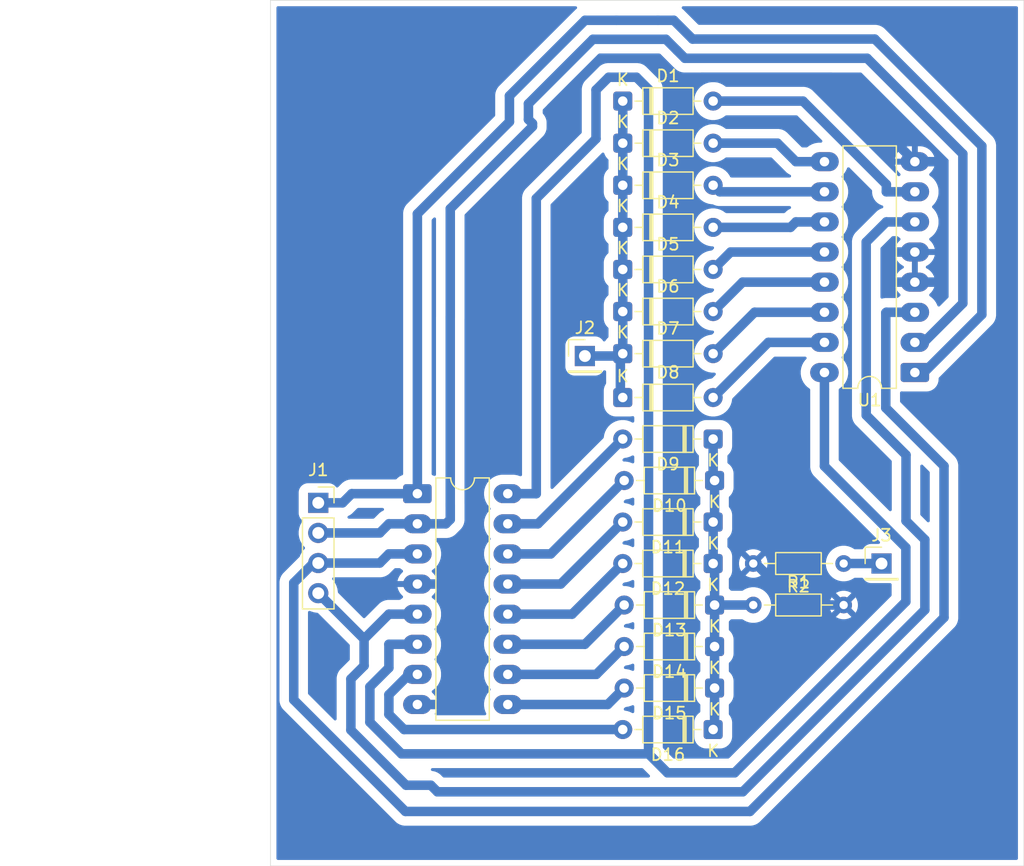
<source format=kicad_pcb>
(kicad_pcb (version 20241229) (generator "pcbnew") (generator_version "9.0")
  (title_block (title "Decoder") (date "2025-10-03") (company "DTU"))
  (layers (0 "F.Cu" signal) (2 "B.Cu" signal) (13 "F.Paste" user) (15 "B.Paste" user) (5 "F.SilkS" user "F.Silkscreen") (7 "B.SilkS" user "B.Silkscreen") (1 "F.Mask" user) (3 "B.Mask" user) (25 "Edge.Cuts" user))
  (net 0 "")
  (net 1 "Net-(D1-A)")
  (net 2 "Net-(D1-K)")
  (net 3 "Net-(D2-A)")
  (net 4 "Net-(D3-A)")
  (net 5 "Net-(D4-A)")
  (net 6 "Net-(D5-A)")
  (net 7 "Net-(D6-A)")
  (net 8 "Net-(D7-A)")
  (net 9 "Net-(D8-A)")
  (net 10 "Net-(D9-A)")
  (net 11 "Net-(D10-K)")
  (net 12 "Net-(D10-A)")
  (net 13 "Net-(D11-A)")
  (net 14 "Net-(D12-A)")
  (net 15 "Net-(D13-A)")
  (net 16 "Net-(D14-A)")
  (net 17 "Net-(D15-A)")
  (net 18 "Net-(D16-A)")
  (net 19 "Net-(J1-Pin_4)")
  (net 20 "Net-(J1-Pin_2)")
  (net 21 "Net-(J1-Pin_3)")
  (net 22 "Net-(J1-Pin_1)")
  (net 23 "GND")
  (net 24 "VCC")
  (net 25 "Net-(J3-Pin_1)")
  (footprint "Diode_THT:D_DO-35_SOD27_P7.62mm_Horizontal" (layer "F.Cu") (at 199.93 106 180)
    (property "Reference" "D14" (at 3.81 -2.12 0) (layer "F.SilkS"))
    (property "Value" "1N4148WT")
    (fp_line (start 6.58 0) (end 5.93 0) (stroke (width 0.12)) (layer "F.SilkS"))
    (fp_line (start 2.53 -1.12) (end 2.53 1.12) (stroke (width 0.12)) (layer "F.SilkS"))
    (fp_line (start 2.41 -1.12) (end 2.41 1.12) (stroke (width 0.12)) (layer "F.SilkS"))
    (fp_line (start 2.29 -1.12) (end 2.29 1.12) (stroke (width 0.12)) (layer "F.SilkS"))
    (fp_line (start 1.04 0) (end 1.69 0) (stroke (width 0.12)) (layer "F.SilkS"))
    (fp_rect (start 1.69 -1.12) (end 5.93 1.12) (stroke (width 0.12)) (fill no) (layer "F.SilkS"))
    (fp_text user "K" (at 0 -1.8 0) (layer "F.SilkS"))
    (pad "1" thru_hole roundrect (at 0 0 180) (size 1.6 1.6) (drill 0.8) (layers "*.Cu" "*.Mask") (roundrect_rratio 0.15625) (net 11 "Net-(D10-K)"))
    (pad "2" thru_hole circle (at 7.62 0 180) (size 1.6 1.6) (drill 0.8) (layers "*.Cu" "*.Mask") (net 16 "Net-(D14-A)"))
  )
  (footprint "Diode_THT:D_DO-35_SOD27_P7.62mm_Horizontal" (layer "F.Cu") (at 199.81 88.5 180)
    (property "Reference" "D9" (at 3.81 -2.12 0) (layer "F.SilkS"))
    (property "Value" "1N4148WT")
    (fp_line (start 6.58 0) (end 5.93 0) (stroke (width 0.12)) (layer "F.SilkS"))
    (fp_line (start 2.53 -1.12) (end 2.53 1.12) (stroke (width 0.12)) (layer "F.SilkS"))
    (fp_line (start 2.41 -1.12) (end 2.41 1.12) (stroke (width 0.12)) (layer "F.SilkS"))
    (fp_line (start 2.29 -1.12) (end 2.29 1.12) (stroke (width 0.12)) (layer "F.SilkS"))
    (fp_line (start 1.04 0) (end 1.69 0) (stroke (width 0.12)) (layer "F.SilkS"))
    (fp_rect (start 1.69 -1.12) (end 5.93 1.12) (stroke (width 0.12)) (fill no) (layer "F.SilkS"))
    (fp_text user "K" (at 0 -1.8 0) (layer "F.SilkS"))
    (pad "1" thru_hole roundrect (at 0 0 180) (size 1.6 1.6) (drill 0.8) (layers "*.Cu" "*.Mask") (roundrect_rratio 0.15625) (net 11 "Net-(D10-K)"))
    (pad "2" thru_hole circle (at 7.62 0 180) (size 1.6 1.6) (drill 0.8) (layers "*.Cu" "*.Mask") (net 10 "Net-(D9-A)"))
  )
  (footprint "Diode_THT:D_DO-35_SOD27_P7.62mm_Horizontal" (layer "F.Cu") (at 199.93 102.5 180)
    (property "Reference" "D13" (at 3.81 -2.12 0) (layer "F.SilkS"))
    (property "Value" "1N4148WT")
    (fp_line (start 6.58 0) (end 5.93 0) (stroke (width 0.12)) (layer "F.SilkS"))
    (fp_line (start 2.53 -1.12) (end 2.53 1.12) (stroke (width 0.12)) (layer "F.SilkS"))
    (fp_line (start 2.41 -1.12) (end 2.41 1.12) (stroke (width 0.12)) (layer "F.SilkS"))
    (fp_line (start 2.29 -1.12) (end 2.29 1.12) (stroke (width 0.12)) (layer "F.SilkS"))
    (fp_line (start 1.04 0) (end 1.69 0) (stroke (width 0.12)) (layer "F.SilkS"))
    (fp_rect (start 1.69 -1.12) (end 5.93 1.12) (stroke (width 0.12)) (fill no) (layer "F.SilkS"))
    (fp_text user "K" (at 0 -1.8 0) (layer "F.SilkS"))
    (pad "1" thru_hole roundrect (at 0 0 180) (size 1.6 1.6) (drill 0.8) (layers "*.Cu" "*.Mask") (roundrect_rratio 0.15625) (net 11 "Net-(D10-K)"))
    (pad "2" thru_hole circle (at 7.62 0 180) (size 1.6 1.6) (drill 0.8) (layers "*.Cu" "*.Mask") (net 15 "Net-(D13-A)"))
  )
  (footprint "Diode_THT:D_DO-35_SOD27_P7.62mm_Horizontal" (layer "F.Cu") (at 199.81 113 180)
    (property "Reference" "D16" (at 3.81 -2.12 0) (layer "F.SilkS"))
    (property "Value" "1N4148WT")
    (fp_line (start 6.58 0) (end 5.93 0) (stroke (width 0.12)) (layer "F.SilkS"))
    (fp_line (start 2.53 -1.12) (end 2.53 1.12) (stroke (width 0.12)) (layer "F.SilkS"))
    (fp_line (start 2.41 -1.12) (end 2.41 1.12) (stroke (width 0.12)) (layer "F.SilkS"))
    (fp_line (start 2.29 -1.12) (end 2.29 1.12) (stroke (width 0.12)) (layer "F.SilkS"))
    (fp_line (start 1.04 0) (end 1.69 0) (stroke (width 0.12)) (layer "F.SilkS"))
    (fp_rect (start 1.69 -1.12) (end 5.93 1.12) (stroke (width 0.12)) (fill no) (layer "F.SilkS"))
    (fp_text user "K" (at 0 -1.8 0) (layer "F.SilkS"))
    (pad "1" thru_hole roundrect (at 0 0 180) (size 1.6 1.6) (drill 0.8) (layers "*.Cu" "*.Mask") (roundrect_rratio 0.15625) (net 11 "Net-(D10-K)"))
    (pad "2" thru_hole circle (at 7.62 0 180) (size 1.6 1.6) (drill 0.8) (layers "*.Cu" "*.Mask") (net 18 "Net-(D16-A)"))
  )
  (footprint "Package_DIP:DIP-16_W7.62mm_LongPads" (layer "F.Cu") (at 216.81 82.89 180)
    (property "Reference" "U1" (at 3.81 -2.33 0) (layer "F.SilkS"))
    (property "Value" "74HC238")
    (fp_line (start 6.06 19.11) (end 6.06 -1.33) (stroke (width 0.12)) (layer "F.SilkS"))
    (fp_line (start 6.06 -1.33) (end 4.81 -1.33) (stroke (width 0.12)) (layer "F.SilkS"))
    (fp_line (start 2.81 -1.33) (end 1.56 -1.33) (stroke (width 0.12)) (layer "F.SilkS"))
    (fp_line (start 1.56 19.11) (end 6.06 19.11) (stroke (width 0.12)) (layer "F.SilkS"))
    (fp_line (start 1.56 -1.33) (end 1.56 19.11) (stroke (width 0.12)) (layer "F.SilkS"))
    (fp_arc (start 4.81 -1.33) (mid 3.81 -0.33) (end 2.81 -1.33) (stroke (width 0.12)) (layer "F.SilkS"))
    (pad "1" thru_hole roundrect (at 0 0 180) (size 2.4 1.6) (drill 0.8) (layers "*.Cu" "*.Mask") (roundrect_rratio 0.15625) (net 22 "Net-(J1-Pin_1)"))
    (pad "2" thru_hole oval (at 0 2.54 180) (size 2.4 1.6) (drill 0.8) (layers "*.Cu" "*.Mask") (net 20 "Net-(J1-Pin_2)"))
    (pad "3" thru_hole oval (at 0 5.08 180) (size 2.4 1.6) (drill 0.8) (layers "*.Cu" "*.Mask") (net 21 "Net-(J1-Pin_3)"))
    (pad "4" thru_hole oval (at 0 7.62 180) (size 2.4 1.6) (drill 0.8) (layers "*.Cu" "*.Mask") (net 23 "GND"))
    (pad "5" thru_hole oval (at 0 10.16 180) (size 2.4 1.6) (drill 0.8) (layers "*.Cu" "*.Mask") (net 23 "GND"))
    (pad "6" thru_hole oval (at 0 12.7 180) (size 2.4 1.6) (drill 0.8) (layers "*.Cu" "*.Mask") (net 19 "Net-(J1-Pin_4)"))
    (pad "7" thru_hole oval (at 0 15.24 180) (size 2.4 1.6) (drill 0.8) (layers "*.Cu" "*.Mask") (net 1 "Net-(D1-A)"))
    (pad "8" thru_hole oval (at 0 17.78 180) (size 2.4 1.6) (drill 0.8) (layers "*.Cu" "*.Mask") (net 23 "GND"))
    (pad "9" thru_hole oval (at 7.62 17.78 180) (size 2.4 1.6) (drill 0.8) (layers "*.Cu" "*.Mask") (net 3 "Net-(D2-A)"))
    (pad "10" thru_hole oval (at 7.62 15.24 180) (size 2.4 1.6) (drill 0.8) (layers "*.Cu" "*.Mask") (net 4 "Net-(D3-A)"))
    (pad "11" thru_hole oval (at 7.62 12.7 180) (size 2.4 1.6) (drill 0.8) (layers "*.Cu" "*.Mask") (net 5 "Net-(D4-A)"))
    (pad "12" thru_hole oval (at 7.62 10.16 180) (size 2.4 1.6) (drill 0.8) (layers "*.Cu" "*.Mask") (net 6 "Net-(D5-A)"))
    (pad "13" thru_hole oval (at 7.62 7.62 180) (size 2.4 1.6) (drill 0.8) (layers "*.Cu" "*.Mask") (net 7 "Net-(D6-A)"))
    (pad "14" thru_hole oval (at 7.62 5.08 180) (size 2.4 1.6) (drill 0.8) (layers "*.Cu" "*.Mask") (net 8 "Net-(D7-A)"))
    (pad "15" thru_hole oval (at 7.62 2.54 180) (size 2.4 1.6) (drill 0.8) (layers "*.Cu" "*.Mask") (net 9 "Net-(D8-A)"))
    (pad "16" thru_hole oval (at 7.62 0 180) (size 2.4 1.6) (drill 0.8) (layers "*.Cu" "*.Mask") (net 24 "VCC"))
  )
  (footprint "Diode_THT:D_DO-35_SOD27_P7.62mm_Horizontal" (layer "F.Cu") (at 192.19 67.1)
    (property "Reference" "D3" (at 3.81 -2.12 0) (layer "F.SilkS"))
    (property "Value" "1N4148WT")
    (fp_line (start 1.04 0) (end 1.69 0) (stroke (width 0.12)) (layer "F.SilkS"))
    (fp_line (start 2.29 -1.12) (end 2.29 1.12) (stroke (width 0.12)) (layer "F.SilkS"))
    (fp_line (start 2.41 -1.12) (end 2.41 1.12) (stroke (width 0.12)) (layer "F.SilkS"))
    (fp_line (start 2.53 -1.12) (end 2.53 1.12) (stroke (width 0.12)) (layer "F.SilkS"))
    (fp_line (start 6.58 0) (end 5.93 0) (stroke (width 0.12)) (layer "F.SilkS"))
    (fp_rect (start 1.69 -1.12) (end 5.93 1.12) (stroke (width 0.12)) (fill no) (layer "F.SilkS"))
    (fp_text user "K" (at 0 -1.8 0) (layer "F.SilkS"))
    (pad "1" thru_hole roundrect (at 0 0) (size 1.6 1.6) (drill 0.8) (layers "*.Cu" "*.Mask") (roundrect_rratio 0.15625) (net 2 "Net-(D1-K)"))
    (pad "2" thru_hole circle (at 7.62 0) (size 1.6 1.6) (drill 0.8) (layers "*.Cu" "*.Mask") (net 4 "Net-(D3-A)"))
  )
  (footprint "Resistor_THT:R_Axial_DIN0204_L3.6mm_D1.6mm_P7.62mm_Horizontal" (layer "F.Cu") (at 210.81 99 180)
    (property "Reference" "R2" (at 3.81 -1.92 0) (layer "F.SilkS"))
    (property "Value" "R")
    (fp_line (start 6.68 0) (end 5.73 0) (stroke (width 0.12)) (layer "F.SilkS"))
    (fp_line (start 0.94 0) (end 1.89 0) (stroke (width 0.12)) (layer "F.SilkS"))
    (fp_rect (start 1.89 -0.92) (end 5.73 0.92) (stroke (width 0.12)) (fill no) (layer "F.SilkS"))
    (pad "1" thru_hole circle (at 0 0 180) (size 1.4 1.4) (drill 0.7) (layers "*.Cu" "*.Mask") (net 25 "Net-(J3-Pin_1)"))
    (pad "2" thru_hole circle (at 7.62 0 180) (size 1.4 1.4) (drill 0.7) (layers "*.Cu" "*.Mask") (net 23 "GND"))
  )
  (footprint "Diode_THT:D_DO-35_SOD27_P7.62mm_Horizontal" (layer "F.Cu") (at 192.19 60)
    (property "Reference" "D1" (at 3.81 -2.12 0) (layer "F.SilkS"))
    (property "Value" "1N4148WT")
    (fp_line (start 1.04 0) (end 1.69 0) (stroke (width 0.12)) (layer "F.SilkS"))
    (fp_line (start 2.29 -1.12) (end 2.29 1.12) (stroke (width 0.12)) (layer "F.SilkS"))
    (fp_line (start 2.41 -1.12) (end 2.41 1.12) (stroke (width 0.12)) (layer "F.SilkS"))
    (fp_line (start 2.53 -1.12) (end 2.53 1.12) (stroke (width 0.12)) (layer "F.SilkS"))
    (fp_line (start 6.58 0) (end 5.93 0) (stroke (width 0.12)) (layer "F.SilkS"))
    (fp_rect (start 1.69 -1.12) (end 5.93 1.12) (stroke (width 0.12)) (fill no) (layer "F.SilkS"))
    (fp_text user "K" (at 0 -1.8 0) (layer "F.SilkS"))
    (pad "1" thru_hole roundrect (at 0 0) (size 1.6 1.6) (drill 0.8) (layers "*.Cu" "*.Mask") (roundrect_rratio 0.15625) (net 2 "Net-(D1-K)"))
    (pad "2" thru_hole circle (at 7.62 0) (size 1.6 1.6) (drill 0.8) (layers "*.Cu" "*.Mask") (net 1 "Net-(D1-A)"))
  )
  (footprint "Diode_THT:D_DO-35_SOD27_P7.62mm_Horizontal" (layer "F.Cu") (at 192.19 77.75)
    (property "Reference" "D6" (at 3.81 -2.12 0) (layer "F.SilkS"))
    (property "Value" "1N4148WT")
    (fp_line (start 1.04 0) (end 1.69 0) (stroke (width 0.12)) (layer "F.SilkS"))
    (fp_line (start 2.29 -1.12) (end 2.29 1.12) (stroke (width 0.12)) (layer "F.SilkS"))
    (fp_line (start 2.41 -1.12) (end 2.41 1.12) (stroke (width 0.12)) (layer "F.SilkS"))
    (fp_line (start 2.53 -1.12) (end 2.53 1.12) (stroke (width 0.12)) (layer "F.SilkS"))
    (fp_line (start 6.58 0) (end 5.93 0) (stroke (width 0.12)) (layer "F.SilkS"))
    (fp_rect (start 1.69 -1.12) (end 5.93 1.12) (stroke (width 0.12)) (fill no) (layer "F.SilkS"))
    (fp_text user "K" (at 0 -1.8 0) (layer "F.SilkS"))
    (pad "1" thru_hole roundrect (at 0 0) (size 1.6 1.6) (drill 0.8) (layers "*.Cu" "*.Mask") (roundrect_rratio 0.15625) (net 2 "Net-(D1-K)"))
    (pad "2" thru_hole circle (at 7.62 0) (size 1.6 1.6) (drill 0.8) (layers "*.Cu" "*.Mask") (net 7 "Net-(D6-A)"))
  )
  (footprint "Package_DIP:DIP-16_W7.62mm_LongPads" (layer "F.Cu") (at 174.88 93.11)
    (property "Reference" "U2" (hide yes))
    (property "Value" "74HC238")
    (fp_line (start 1.56 -1.33) (end 1.56 19.11) (stroke (width 0.12)) (layer "F.SilkS"))
    (fp_line (start 1.56 19.11) (end 6.06 19.11) (stroke (width 0.12)) (layer "F.SilkS"))
    (fp_line (start 2.81 -1.33) (end 1.56 -1.33) (stroke (width 0.12)) (layer "F.SilkS"))
    (fp_line (start 6.06 -1.33) (end 4.81 -1.33) (stroke (width 0.12)) (layer "F.SilkS"))
    (fp_line (start 6.06 19.11) (end 6.06 -1.33) (stroke (width 0.12)) (layer "F.SilkS"))
    (fp_arc (start 4.81 -1.33) (mid 3.81 -0.33) (end 2.81 -1.33) (stroke (width 0.12)) (layer "F.SilkS"))
    (pad "1" thru_hole roundrect (at 0 0) (size 2.4 1.6) (drill 0.8) (layers "*.Cu" "*.Mask") (roundrect_rratio 0.15625) (net 22 "Net-(J1-Pin_1)"))
    (pad "2" thru_hole oval (at 0 2.54) (size 2.4 1.6) (drill 0.8) (layers "*.Cu" "*.Mask") (net 20 "Net-(J1-Pin_2)"))
    (pad "3" thru_hole oval (at 0 5.08) (size 2.4 1.6) (drill 0.8) (layers "*.Cu" "*.Mask") (net 21 "Net-(J1-Pin_3)"))
    (pad "4" thru_hole oval (at 0 7.62) (size 2.4 1.6) (drill 0.8) (layers "*.Cu" "*.Mask") (net 23 "GND"))
    (pad "5" thru_hole oval (at 0 10.16) (size 2.4 1.6) (drill 0.8) (layers "*.Cu" "*.Mask") (net 19 "Net-(J1-Pin_4)"))
    (pad "6" thru_hole oval (at 0 12.7) (size 2.4 1.6) (drill 0.8) (layers "*.Cu" "*.Mask") (net 24 "VCC"))
    (pad "7" thru_hole oval (at 0 15.24) (size 2.4 1.6) (drill 0.8) (layers "*.Cu" "*.Mask") (net 18 "Net-(D16-A)"))
    (pad "8" thru_hole oval (at 0 17.78) (size 2.4 1.6) (drill 0.8) (layers "*.Cu" "*.Mask") (net 23 "GND"))
    (pad "9" thru_hole oval (at 7.62 17.78) (size 2.4 1.6) (drill 0.8) (layers "*.Cu" "*.Mask") (net 17 "Net-(D15-A)"))
    (pad "10" thru_hole oval (at 7.62 15.24) (size 2.4 1.6) (drill 0.8) (layers "*.Cu" "*.Mask") (net 16 "Net-(D14-A)"))
    (pad "11" thru_hole oval (at 7.62 12.7) (size 2.4 1.6) (drill 0.8) (layers "*.Cu" "*.Mask") (net 15 "Net-(D13-A)"))
    (pad "12" thru_hole oval (at 7.62 10.16) (size 2.4 1.6) (drill 0.8) (layers "*.Cu" "*.Mask") (net 14 "Net-(D12-A)"))
    (pad "13" thru_hole oval (at 7.62 7.62) (size 2.4 1.6) (drill 0.8) (layers "*.Cu" "*.Mask") (net 13 "Net-(D11-A)"))
    (pad "14" thru_hole oval (at 7.62 5.08) (size 2.4 1.6) (drill 0.8) (layers "*.Cu" "*.Mask") (net 12 "Net-(D10-A)"))
    (pad "15" thru_hole oval (at 7.62 2.54) (size 2.4 1.6) (drill 0.8) (layers "*.Cu" "*.Mask") (net 10 "Net-(D9-A)"))
    (pad "16" thru_hole oval (at 7.62 0) (size 2.4 1.6) (drill 0.8) (layers "*.Cu" "*.Mask") (net 24 "VCC"))
  )
  (footprint "Diode_THT:D_DO-35_SOD27_P7.62mm_Horizontal" (layer "F.Cu") (at 192.19 70.65)
    (property "Reference" "D4" (at 3.81 -2.12 0) (layer "F.SilkS"))
    (property "Value" "1N4148WT")
    (fp_line (start 1.04 0) (end 1.69 0) (stroke (width 0.12)) (layer "F.SilkS"))
    (fp_line (start 2.29 -1.12) (end 2.29 1.12) (stroke (width 0.12)) (layer "F.SilkS"))
    (fp_line (start 2.41 -1.12) (end 2.41 1.12) (stroke (width 0.12)) (layer "F.SilkS"))
    (fp_line (start 2.53 -1.12) (end 2.53 1.12) (stroke (width 0.12)) (layer "F.SilkS"))
    (fp_line (start 6.58 0) (end 5.93 0) (stroke (width 0.12)) (layer "F.SilkS"))
    (fp_rect (start 1.69 -1.12) (end 5.93 1.12) (stroke (width 0.12)) (fill no) (layer "F.SilkS"))
    (fp_text user "K" (at 0 -1.8 0) (layer "F.SilkS"))
    (pad "1" thru_hole roundrect (at 0 0) (size 1.6 1.6) (drill 0.8) (layers "*.Cu" "*.Mask") (roundrect_rratio 0.15625) (net 2 "Net-(D1-K)"))
    (pad "2" thru_hole circle (at 7.62 0) (size 1.6 1.6) (drill 0.8) (layers "*.Cu" "*.Mask") (net 5 "Net-(D4-A)"))
  )
  (footprint "Diode_THT:D_DO-35_SOD27_P7.62mm_Horizontal" (layer "F.Cu") (at 199.93 109.5 180)
    (property "Reference" "D15" (at 3.81 -2.12 0) (layer "F.SilkS"))
    (property "Value" "1N4148WT")
    (fp_line (start 6.58 0) (end 5.93 0) (stroke (width 0.12)) (layer "F.SilkS"))
    (fp_line (start 2.53 -1.12) (end 2.53 1.12) (stroke (width 0.12)) (layer "F.SilkS"))
    (fp_line (start 2.41 -1.12) (end 2.41 1.12) (stroke (width 0.12)) (layer "F.SilkS"))
    (fp_line (start 2.29 -1.12) (end 2.29 1.12) (stroke (width 0.12)) (layer "F.SilkS"))
    (fp_line (start 1.04 0) (end 1.69 0) (stroke (width 0.12)) (layer "F.SilkS"))
    (fp_rect (start 1.69 -1.12) (end 5.93 1.12) (stroke (width 0.12)) (fill no) (layer "F.SilkS"))
    (fp_text user "K" (at 0 -1.8 0) (layer "F.SilkS"))
    (pad "1" thru_hole roundrect (at 0 0 180) (size 1.6 1.6) (drill 0.8) (layers "*.Cu" "*.Mask") (roundrect_rratio 0.15625) (net 11 "Net-(D10-K)"))
    (pad "2" thru_hole circle (at 7.62 0 180) (size 1.6 1.6) (drill 0.8) (layers "*.Cu" "*.Mask") (net 17 "Net-(D15-A)"))
  )
  (footprint "Diode_THT:D_DO-35_SOD27_P7.62mm_Horizontal" (layer "F.Cu") (at 192.19 81.3)
    (property "Reference" "D7" (at 3.81 -2.12 0) (layer "F.SilkS"))
    (property "Value" "1N4148WT")
    (fp_line (start 1.04 0) (end 1.69 0) (stroke (width 0.12)) (layer "F.SilkS"))
    (fp_line (start 2.29 -1.12) (end 2.29 1.12) (stroke (width 0.12)) (layer "F.SilkS"))
    (fp_line (start 2.41 -1.12) (end 2.41 1.12) (stroke (width 0.12)) (layer "F.SilkS"))
    (fp_line (start 2.53 -1.12) (end 2.53 1.12) (stroke (width 0.12)) (layer "F.SilkS"))
    (fp_line (start 6.58 0) (end 5.93 0) (stroke (width 0.12)) (layer "F.SilkS"))
    (fp_rect (start 1.69 -1.12) (end 5.93 1.12) (stroke (width 0.12)) (fill no) (layer "F.SilkS"))
    (fp_text user "K" (at 0 -1.8 0) (layer "F.SilkS"))
    (pad "1" thru_hole roundrect (at 0 0) (size 1.6 1.6) (drill 0.8) (layers "*.Cu" "*.Mask") (roundrect_rratio 0.15625) (net 2 "Net-(D1-K)"))
    (pad "2" thru_hole circle (at 7.62 0) (size 1.6 1.6) (drill 0.8) (layers "*.Cu" "*.Mask") (net 8 "Net-(D7-A)"))
  )
  (footprint "Connector_PinSocket_2.54mm:PinSocket_1x04_P2.54mm_Vertical" (layer "F.Cu") (at 166.525 93.88)
    (property "Reference" "J1" (at 0 -2.77 0) (layer "F.SilkS"))
    (property "Value" "Conn_01x04_Socket" (hide yes))
    (fp_line (start -1.33 1.27) (end -1.33 8.95) (stroke (width 0.12)) (layer "F.SilkS"))
    (fp_line (start -1.33 1.27) (end 1.33 1.27) (stroke (width 0.12)) (layer "F.SilkS"))
    (fp_line (start -1.33 8.95) (end 1.33 8.95) (stroke (width 0.12)) (layer "F.SilkS"))
    (fp_line (start 0 -1.33) (end 1.33 -1.33) (stroke (width 0.12)) (layer "F.SilkS"))
    (fp_line (start 1.33 -1.33) (end 1.33 0) (stroke (width 0.12)) (layer "F.SilkS"))
    (fp_line (start 1.33 1.27) (end 1.33 8.95) (stroke (width 0.12)) (layer "F.SilkS"))
    (pad "1" thru_hole rect (at 0 0) (size 1.7 1.7) (drill 1) (layers "*.Cu" "*.Mask") (net 22 "Net-(J1-Pin_1)"))
    (pad "2" thru_hole circle (at 0 2.54) (size 1.7 1.7) (drill 1) (layers "*.Cu" "*.Mask") (net 20 "Net-(J1-Pin_2)"))
    (pad "3" thru_hole circle (at 0 5.08) (size 1.7 1.7) (drill 1) (layers "*.Cu" "*.Mask") (net 21 "Net-(J1-Pin_3)"))
    (pad "4" thru_hole circle (at 0 7.62) (size 1.7 1.7) (drill 1) (layers "*.Cu" "*.Mask") (net 19 "Net-(J1-Pin_4)"))
  )
  (footprint "Resistor_THT:R_Axial_DIN0204_L3.6mm_D1.6mm_P7.62mm_Horizontal" (layer "F.Cu") (at 203.19 102.5)
    (property "Reference" "R1" (at 3.81 -1.92 0) (layer "F.SilkS"))
    (property "Value" "R")
    (fp_line (start 0.94 0) (end 1.89 0) (stroke (width 0.12)) (layer "F.SilkS"))
    (fp_line (start 6.68 0) (end 5.73 0) (stroke (width 0.12)) (layer "F.SilkS"))
    (fp_rect (start 1.89 -0.92) (end 5.73 0.92) (stroke (width 0.12)) (fill no) (layer "F.SilkS"))
    (pad "1" thru_hole circle (at 0 0) (size 1.4 1.4) (drill 0.7) (layers "*.Cu" "*.Mask") (net 11 "Net-(D10-K)"))
    (pad "2" thru_hole circle (at 7.62 0) (size 1.4 1.4) (drill 0.7) (layers "*.Cu" "*.Mask") (net 23 "GND"))
  )
  (footprint "Diode_THT:D_DO-35_SOD27_P7.62mm_Horizontal" (layer "F.Cu") (at 199.81 95.5 180)
    (property "Reference" "D11" (at 3.81 -2.12 0) (layer "F.SilkS"))
    (property "Value" "1N4148WT")
    (fp_line (start 6.58 0) (end 5.93 0) (stroke (width 0.12)) (layer "F.SilkS"))
    (fp_line (start 2.53 -1.12) (end 2.53 1.12) (stroke (width 0.12)) (layer "F.SilkS"))
    (fp_line (start 2.41 -1.12) (end 2.41 1.12) (stroke (width 0.12)) (layer "F.SilkS"))
    (fp_line (start 2.29 -1.12) (end 2.29 1.12) (stroke (width 0.12)) (layer "F.SilkS"))
    (fp_line (start 1.04 0) (end 1.69 0) (stroke (width 0.12)) (layer "F.SilkS"))
    (fp_rect (start 1.69 -1.12) (end 5.93 1.12) (stroke (width 0.12)) (fill no) (layer "F.SilkS"))
    (fp_text user "K" (at 0 -1.8 0) (layer "F.SilkS"))
    (pad "1" thru_hole roundrect (at 0 0 180) (size 1.6 1.6) (drill 0.8) (layers "*.Cu" "*.Mask") (roundrect_rratio 0.15625) (net 11 "Net-(D10-K)"))
    (pad "2" thru_hole circle (at 7.62 0 180) (size 1.6 1.6) (drill 0.8) (layers "*.Cu" "*.Mask") (net 13 "Net-(D11-A)"))
  )
  (footprint "Connector_PinHeader_2.54mm:PinHeader_1x01_P2.54mm_Vertical" (layer "F.Cu") (at 214 99)
    (property "Reference" "J3" (at 0 -2.38 0) (layer "F.SilkS"))
    (property "Value" "Conn_01x01_Pin")
    (fp_line (start -1.38 -1.38) (end 0 -1.38) (stroke (width 0.12)) (layer "F.SilkS"))
    (fp_line (start -1.38 0) (end -1.38 -1.38) (stroke (width 0.12)) (layer "F.SilkS"))
    (fp_line (start -1.38 1.27) (end -1.38 1.38) (stroke (width 0.12)) (layer "F.SilkS"))
    (fp_line (start -1.38 1.27) (end 1.38 1.27) (stroke (width 0.12)) (layer "F.SilkS"))
    (fp_line (start -1.38 1.38) (end 1.38 1.38) (stroke (width 0.12)) (layer "F.SilkS"))
    (fp_line (start 1.38 1.27) (end 1.38 1.38) (stroke (width 0.12)) (layer "F.SilkS"))
    (pad "1" thru_hole rect (at 0 0) (size 1.7 1.7) (drill 1) (layers "*.Cu" "*.Mask") (net 25 "Net-(J3-Pin_1)"))
  )
  (footprint "Diode_THT:D_DO-35_SOD27_P7.62mm_Horizontal" (layer "F.Cu") (at 192.19 63.55)
    (property "Reference" "D2" (at 3.81 -2.12 0) (layer "F.SilkS"))
    (property "Value" "1N4148WT")
    (fp_line (start 1.04 0) (end 1.69 0) (stroke (width 0.12)) (layer "F.SilkS"))
    (fp_line (start 2.29 -1.12) (end 2.29 1.12) (stroke (width 0.12)) (layer "F.SilkS"))
    (fp_line (start 2.41 -1.12) (end 2.41 1.12) (stroke (width 0.12)) (layer "F.SilkS"))
    (fp_line (start 2.53 -1.12) (end 2.53 1.12) (stroke (width 0.12)) (layer "F.SilkS"))
    (fp_line (start 6.58 0) (end 5.93 0) (stroke (width 0.12)) (layer "F.SilkS"))
    (fp_rect (start 1.69 -1.12) (end 5.93 1.12) (stroke (width 0.12)) (fill no) (layer "F.SilkS"))
    (fp_text user "K" (at 0 -1.8 0) (layer "F.SilkS"))
    (pad "1" thru_hole roundrect (at 0 0) (size 1.6 1.6) (drill 0.8) (layers "*.Cu" "*.Mask") (roundrect_rratio 0.15625) (net 2 "Net-(D1-K)"))
    (pad "2" thru_hole circle (at 7.62 0) (size 1.6 1.6) (drill 0.8) (layers "*.Cu" "*.Mask") (net 3 "Net-(D2-A)"))
  )
  (footprint "Diode_THT:D_DO-35_SOD27_P7.62mm_Horizontal" (layer "F.Cu") (at 199.93 92 180)
    (property "Reference" "D10" (at 3.81 -2.12 0) (layer "F.SilkS"))
    (property "Value" "1N4148WT")
    (fp_line (start 6.58 0) (end 5.93 0) (stroke (width 0.12)) (layer "F.SilkS"))
    (fp_line (start 2.53 -1.12) (end 2.53 1.12) (stroke (width 0.12)) (layer "F.SilkS"))
    (fp_line (start 2.41 -1.12) (end 2.41 1.12) (stroke (width 0.12)) (layer "F.SilkS"))
    (fp_line (start 2.29 -1.12) (end 2.29 1.12) (stroke (width 0.12)) (layer "F.SilkS"))
    (fp_line (start 1.04 0) (end 1.69 0) (stroke (width 0.12)) (layer "F.SilkS"))
    (fp_rect (start 1.69 -1.12) (end 5.93 1.12) (stroke (width 0.12)) (fill no) (layer "F.SilkS"))
    (fp_text user "K" (at 0 -1.8 0) (layer "F.SilkS"))
    (pad "1" thru_hole roundrect (at 0 0 180) (size 1.6 1.6) (drill 0.8) (layers "*.Cu" "*.Mask") (roundrect_rratio 0.15625) (net 11 "Net-(D10-K)"))
    (pad "2" thru_hole circle (at 7.62 0 180) (size 1.6 1.6) (drill 0.8) (layers "*.Cu" "*.Mask") (net 12 "Net-(D10-A)"))
  )
  (footprint "Connector_PinHeader_2.54mm:PinHeader_1x01_P2.54mm_Vertical" (layer "F.Cu") (at 189 81.5)
    (property "Reference" "J2" (at 0 -2.38 0) (layer "F.SilkS"))
    (property "Value" "Conn_01x01_Pin")
    (fp_line (start -1.38 -1.38) (end 0 -1.38) (stroke (width 0.12)) (layer "F.SilkS"))
    (fp_line (start -1.38 0) (end -1.38 -1.38) (stroke (width 0.12)) (layer "F.SilkS"))
    (fp_line (start -1.38 1.27) (end -1.38 1.38) (stroke (width 0.12)) (layer "F.SilkS"))
    (fp_line (start -1.38 1.27) (end 1.38 1.27) (stroke (width 0.12)) (layer "F.SilkS"))
    (fp_line (start -1.38 1.38) (end 1.38 1.38) (stroke (width 0.12)) (layer "F.SilkS"))
    (fp_line (start 1.38 1.27) (end 1.38 1.38) (stroke (width 0.12)) (layer "F.SilkS"))
    (pad "1" thru_hole rect (at 0 0) (size 1.7 1.7) (drill 1) (layers "*.Cu" "*.Mask") (net 2 "Net-(D1-K)"))
  )
  (footprint "Diode_THT:D_DO-35_SOD27_P7.62mm_Horizontal" (layer "F.Cu") (at 199.81 99 180)
    (property "Reference" "D12" (at 3.81 -2.12 0) (layer "F.SilkS"))
    (property "Value" "1N4148WT")
    (fp_line (start 6.58 0) (end 5.93 0) (stroke (width 0.12)) (layer "F.SilkS"))
    (fp_line (start 2.53 -1.12) (end 2.53 1.12) (stroke (width 0.12)) (layer "F.SilkS"))
    (fp_line (start 2.41 -1.12) (end 2.41 1.12) (stroke (width 0.12)) (layer "F.SilkS"))
    (fp_line (start 2.29 -1.12) (end 2.29 1.12) (stroke (width 0.12)) (layer "F.SilkS"))
    (fp_line (start 1.04 0) (end 1.69 0) (stroke (width 0.12)) (layer "F.SilkS"))
    (fp_rect (start 1.69 -1.12) (end 5.93 1.12) (stroke (width 0.12)) (fill no) (layer "F.SilkS"))
    (fp_text user "K" (at 0 -1.8 0) (layer "F.SilkS"))
    (pad "1" thru_hole roundrect (at 0 0 180) (size 1.6 1.6) (drill 0.8) (layers "*.Cu" "*.Mask") (roundrect_rratio 0.15625) (net 11 "Net-(D10-K)"))
    (pad "2" thru_hole circle (at 7.62 0 180) (size 1.6 1.6) (drill 0.8) (layers "*.Cu" "*.Mask") (net 14 "Net-(D12-A)"))
  )
  (footprint "Diode_THT:D_DO-35_SOD27_P7.62mm_Horizontal" (layer "F.Cu") (at 192.19 85)
    (property "Reference" "D8" (at 3.81 -2.12 0) (layer "F.SilkS"))
    (property "Value" "1N4148WT")
    (fp_line (start 1.04 0) (end 1.69 0) (stroke (width 0.12)) (layer "F.SilkS"))
    (fp_line (start 2.29 -1.12) (end 2.29 1.12) (stroke (width 0.12)) (layer "F.SilkS"))
    (fp_line (start 2.41 -1.12) (end 2.41 1.12) (stroke (width 0.12)) (layer "F.SilkS"))
    (fp_line (start 2.53 -1.12) (end 2.53 1.12) (stroke (width 0.12)) (layer "F.SilkS"))
    (fp_line (start 6.58 0) (end 5.93 0) (stroke (width 0.12)) (layer "F.SilkS"))
    (fp_rect (start 1.69 -1.12) (end 5.93 1.12) (stroke (width 0.12)) (fill no) (layer "F.SilkS"))
    (fp_text user "K" (at 0 -1.8 0) (layer "F.SilkS"))
    (pad "1" thru_hole roundrect (at 0 0) (size 1.6 1.6) (drill 0.8) (layers "*.Cu" "*.Mask") (roundrect_rratio 0.15625) (net 2 "Net-(D1-K)"))
    (pad "2" thru_hole circle (at 7.62 0) (size 1.6 1.6) (drill 0.8) (layers "*.Cu" "*.Mask") (net 9 "Net-(D8-A)"))
  )
  (footprint "Diode_THT:D_DO-35_SOD27_P7.62mm_Horizontal" (layer "F.Cu") (at 192.19 74.2)
    (property "Reference" "D5" (at 3.81 -2.12 0) (layer "F.SilkS"))
    (property "Value" "1N4148WT")
    (fp_line (start 1.04 0) (end 1.69 0) (stroke (width 0.12)) (layer "F.SilkS"))
    (fp_line (start 2.29 -1.12) (end 2.29 1.12) (stroke (width 0.12)) (layer "F.SilkS"))
    (fp_line (start 2.41 -1.12) (end 2.41 1.12) (stroke (width 0.12)) (layer "F.SilkS"))
    (fp_line (start 2.53 -1.12) (end 2.53 1.12) (stroke (width 0.12)) (layer "F.SilkS"))
    (fp_line (start 6.58 0) (end 5.93 0) (stroke (width 0.12)) (layer "F.SilkS"))
    (fp_rect (start 1.69 -1.12) (end 5.93 1.12) (stroke (width 0.12)) (fill no) (layer "F.SilkS"))
    (fp_text user "K" (at 0 -1.8 0) (layer "F.SilkS"))
    (pad "1" thru_hole roundrect (at 0 0) (size 1.6 1.6) (drill 0.8) (layers "*.Cu" "*.Mask") (roundrect_rratio 0.15625) (net 2 "Net-(D1-K)"))
    (pad "2" thru_hole circle (at 7.62 0) (size 1.6 1.6) (drill 0.8) (layers "*.Cu" "*.Mask") (net 6 "Net-(D5-A)"))
  )
  (gr_line (start 226 124.5) (end 162.5 124.5) (stroke (width 0.05)) (layer "Edge.Cuts"))
  (gr_line (start 226 51.5) (end 226 124.5) (stroke (width 0.05)) (layer "Edge.Cuts"))
  (gr_line (start 162.5 51.5) (end 226 51.5) (stroke (width 0.05)) (layer "Edge.Cuts"))
  (gr_line (start 162.5 124.5) (end 162.5 51.5) (stroke (width 0.05)) (layer "Edge.Cuts"))
  (segment (start 199.81 60) (end 207.3803 60) (width 0.8) (layer "B.Cu") (net 1))
  (segment (start 216.81 67.65) (end 214.4083 67.65) (width 0.8) (layer "B.Cu") (net 1))
  (segment (start 214.4083 67.028) (end 214.4083 67.65) (width 0.8) (layer "B.Cu") (net 1))
  (segment (start 207.3803 60) (end 214.4083 67.028) (width 0.8) (layer "B.Cu") (net 1))
  (segment (start 192.19 67.1) (end 192.19 70.65) (width 0.8) (layer "B.Cu") (net 2))
  (segment (start 192.19 60) (end 192.19 62.8028) (width 0.8) (layer "B.Cu") (net 2))
  (segment (start 192.19 62.8028) (end 192.19 63.55) (width 0.8) (layer "B.Cu") (net 2))
  (segment (start 191.99 84.8) (end 191.99 81.5) (width 0.8) (layer "B.Cu") (net 2))
  (segment (start 192.19 85) (end 191.99 84.8) (width 0.8) (layer "B.Cu") (net 2))
  (segment (start 192.19 70.65) (end 192.19 74.2) (width 0.8) (layer "B.Cu") (net 2))
  (segment (start 192.19 74.2) (end 192.19 77.75) (width 0.8) (layer "B.Cu") (net 2))
  (segment (start 192.19 81.3) (end 192.19 77.75) (width 0.8) (layer "B.Cu") (net 2))
  (segment (start 191.99 81.5) (end 192.19 81.3) (width 0.8) (layer "B.Cu") (net 2))
  (segment (start 189 81.5) (end 191.99 81.5) (width 0.8) (layer "B.Cu") (net 2))
  (segment (start 192.19 62.8028) (end 192.19 67.1) (width 0.8) (layer "B.Cu") (net 2))
  (segment (start 209.19 65.11) (end 206.7883 65.11) (width 0.8) (layer "B.Cu") (net 3))
  (segment (start 206.7883 65.11) (end 205.2283 63.55) (width 0.8) (layer "B.Cu") (net 3))
  (segment (start 205.2283 63.55) (end 199.81 63.55) (width 0.8) (layer "B.Cu") (net 3))
  (segment (start 199.81 67.1) (end 200.36 67.65) (width 0.8) (layer "B.Cu") (net 4))
  (segment (start 200.36 67.65) (end 209.19 67.65) (width 0.8) (layer "B.Cu") (net 4))
  (segment (start 199.81 70.65) (end 206.3283 70.65) (width 0.8) (layer "B.Cu") (net 5))
  (segment (start 209.19 70.19) (end 206.7883 70.19) (width 0.8) (layer "B.Cu") (net 5))
  (segment (start 206.3283 70.65) (end 206.7883 70.19) (width 0.8) (layer "B.Cu") (net 5))
  (segment (start 199.81 74.2) (end 201.28 72.73) (width 0.8) (layer "B.Cu") (net 6))
  (segment (start 201.28 72.73) (end 209.19 72.73) (width 0.8) (layer "B.Cu") (net 6))
  (segment (start 199.81 77.75) (end 202.29 75.27) (width 0.8) (layer "B.Cu") (net 7))
  (segment (start 202.29 75.27) (end 209.19 75.27) (width 0.8) (layer "B.Cu") (net 7))
  (segment (start 209.19 77.81) (end 203.3 77.81) (width 0.8) (layer "B.Cu") (net 8))
  (segment (start 203.3 77.81) (end 199.81 81.3) (width 0.8) (layer "B.Cu") (net 8))
  (segment (start 209.19 80.35) (end 204.46 80.35) (width 0.8) (layer "B.Cu") (net 9))
  (segment (start 204.46 80.35) (end 199.81 85) (width 0.8) (layer "B.Cu") (net 9))
  (segment (start 192.19 88.5) (end 185.04 95.65) (width 0.8) (layer "B.Cu") (net 10))
  (segment (start 185.04 95.65) (end 182.5 95.65) (width 0.8) (layer "B.Cu") (net 10))
  (segment (start 199.81 113) (end 199.93 112.88) (width 0.8) (layer "B.Cu") (net 11))
  (segment (start 199.93 99.12) (end 199.93 102.5) (width 0.8) (layer "B.Cu") (net 11))
  (segment (start 199.81 99) (end 199.93 99.12) (width 0.8) (layer "B.Cu") (net 11))
  (segment (start 199.93 106) (end 199.93 109.5) (width 0.8) (layer "B.Cu") (net 11))
  (segment (start 199.93 112.88) (end 199.93 109.5) (width 0.8) (layer "B.Cu") (net 11))
  (segment (start 199.93 102.5) (end 199.93 106) (width 0.8) (layer "B.Cu") (net 11))
  (segment (start 199.81 99) (end 199.81 95.5) (width 0.8) (layer "B.Cu") (net 11))
  (segment (start 199.81 95.5) (end 199.93 95.38) (width 0.8) (layer "B.Cu") (net 11))
  (segment (start 199.93 95.38) (end 199.93 92) (width 0.8) (layer "B.Cu") (net 11))
  (segment (start 199.81 91.88) (end 199.81 88.5) (width 0.8) (layer "B.Cu") (net 11))
  (segment (start 203.19 102.5) (end 199.93 102.5) (width 0.8) (layer "B.Cu") (net 11))
  (segment (start 199.93 92) (end 199.81 91.88) (width 0.8) (layer "B.Cu") (net 11))
  (segment (start 192.31 92) (end 186.12 98.19) (width 0.8) (layer "B.Cu") (net 12))
  (segment (start 186.12 98.19) (end 182.5 98.19) (width 0.8) (layer "B.Cu") (net 12))
  (segment (start 186.96 100.73) (end 192.19 95.5) (width 0.8) (layer "B.Cu") (net 13))
  (segment (start 182.5 100.73) (end 186.96 100.73) (width 0.8) (layer "B.Cu") (net 13))
  (segment (start 182.5 103.27) (end 187.92 103.27) (width 0.8) (layer "B.Cu") (net 14))
  (segment (start 187.92 103.27) (end 192.19 99) (width 0.8) (layer "B.Cu") (net 14))
  (segment (start 189 105.81) (end 182.5 105.81) (width 0.8) (layer "B.Cu") (net 15))
  (segment (start 192.31 102.5) (end 189 105.81) (width 0.8) (layer "B.Cu") (net 15))
  (segment (start 189.96 108.35) (end 192.31 106) (width 0.8) (layer "B.Cu") (net 16))
  (segment (start 182.5 108.35) (end 189.96 108.35) (width 0.8) (layer "B.Cu") (net 16))
  (segment (start 190.92 110.89) (end 192.31 109.5) (width 0.8) (layer "B.Cu") (net 17))
  (segment (start 182.5 110.89) (end 190.92 110.89) (width 0.8) (layer "B.Cu") (net 17))
  (segment (start 174.1892 108.35) (end 174.88 108.35) (width 0.8) (layer "B.Cu") (net 18))
  (segment (start 172.4783 110.0609) (end 174.1892 108.35) (width 0.8) (layer "B.Cu") (net 18))
  (segment (start 173.7592 113) (end 172.4783 111.7191) (width 0.8) (layer "B.Cu") (net 18))
  (segment (start 192.19 113) (end 173.7592 113) (width 0.8) (layer "B.Cu") (net 18))
  (segment (start 172.4783 111.7191) (end 172.4783 110.0609) (width 0.8) (layer "B.Cu") (net 18))
  (segment (start 212.709 71.8893) (end 214.4083 70.19) (width 0.8) (layer "B.Cu") (net 19))
  (segment (start 176.0135 117.6968) (end 176.5678 118.2511) (width 0.8) (layer "B.Cu") (net 19))
  (segment (start 169.2749 108.7339) (end 169.2749 113.0461) (width 0.8) (layer "B.Cu") (net 19))
  (segment (start 202.3048 118.2511) (end 217.6534 102.9025) (width 0.8) (layer "B.Cu") (net 19))
  (segment (start 172.4783 103.27) (end 170.3867 105.3616) (width 0.8) (layer "B.Cu") (net 19))
  (segment (start 166.525 101.5) (end 170.3867 105.3616) (width 0.8) (layer "B.Cu") (net 19))
  (segment (start 169.2749 113.0461) (end 173.9256 117.6968) (width 0.8) (layer "B.Cu") (net 19))
  (segment (start 170.3866 107.6222) (end 169.2749 108.7339) (width 0.8) (layer "B.Cu") (net 19))
  (segment (start 170.3867 105.3616) (end 170.3866 105.3617) (width 0.8) (layer "B.Cu") (net 19))
  (segment (start 217.6534 102.9025) (end 217.6534 96.9888) (width 0.8) (layer "B.Cu") (net 19))
  (segment (start 216.0652 89.8436) (end 212.709 86.4874) (width 0.8) (layer "B.Cu") (net 19))
  (segment (start 170.3866 105.3617) (end 170.3866 107.6222) (width 0.8) (layer "B.Cu") (net 19))
  (segment (start 216.81 70.19) (end 214.4083 70.19) (width 0.8) (layer "B.Cu") (net 19))
  (segment (start 212.709 86.4874) (end 212.709 71.8893) (width 0.8) (layer "B.Cu") (net 19))
  (segment (start 216.0652 95.4006) (end 216.0652 89.8436) (width 0.8) (layer "B.Cu") (net 19))
  (segment (start 217.6534 96.9888) (end 216.0652 95.4006) (width 0.8) (layer "B.Cu") (net 19))
  (segment (start 173.9256 117.6968) (end 176.0135 117.6968) (width 0.8) (layer "B.Cu") (net 19))
  (segment (start 174.88 103.27) (end 172.4783 103.27) (width 0.8) (layer "B.Cu") (net 19))
  (segment (start 176.5678 118.2511) (end 202.3048 118.2511) (width 0.8) (layer "B.Cu") (net 19))
  (segment (start 184.2413 61.551) (end 184.58 61.8897) (width 0.8) (layer "B.Cu") (net 20))
  (segment (start 212.7884 56.3903) (end 197.4274 56.3903) (width 0.8) (layer "B.Cu") (net 20))
  (segment (start 216.81 80.35) (end 217.5563 80.35) (width 0.8) (layer "B.Cu") (net 20))
  (segment (start 171.7084 96.42) (end 171.7084 96.4199) (width 0.8) (layer "B.Cu") (net 20))
  (segment (start 171.7084 96.4199) (end 172.4783 95.65) (width 0.8) (layer "B.Cu") (net 20))
  (segment (start 177.6521 94.078) (end 177.6521 95.2796) (width 0.8) (layer "B.Cu") (net 20))
  (segment (start 220.855 64.4569) (end 212.7884 56.3903) (width 0.8) (layer "B.Cu") (net 20))
  (segment (start 220.855 77.0513) (end 220.855 64.4569) (width 0.8) (layer "B.Cu") (net 20))
  (segment (start 177.6521 95.2796) (end 177.2817 95.65) (width 0.8) (layer "B.Cu") (net 20))
  (segment (start 184.58 61.8897) (end 184.58 62.1505) (width 0.8) (layer "B.Cu") (net 20))
  (segment (start 197.4274 56.3903) (end 196.7639 55.7268) (width 0.8) (layer "B.Cu") (net 20))
  (segment (start 177.6506 94.0765) (end 177.6521 94.078) (width 0.8) (layer "B.Cu") (net 20))
  (segment (start 217.5563 80.35) (end 220.855 77.0513) (width 0.8) (layer "B.Cu") (net 20))
  (segment (start 184.58 62.1505) (end 177.6521 69.0784) (width 0.8) (layer "B.Cu") (net 20))
  (segment (start 177.6506 78.2681) (end 177.6506 94.0765) (width 0.8) (layer "B.Cu") (net 20))
  (segment (start 195.8257 54.7886) (end 189.6767 54.7886) (width 0.8) (layer "B.Cu") (net 20))
  (segment (start 189.6767 54.7886) (end 184.2413 60.224) (width 0.8) (layer "B.Cu") (net 20))
  (segment (start 166.525 96.42) (end 171.7084 96.42) (width 0.8) (layer "B.Cu") (net 20))
  (segment (start 177.6521 78.2666) (end 177.6506 78.2681) (width 0.8) (layer "B.Cu") (net 20))
  (segment (start 184.2413 60.224) (end 184.2413 61.551) (width 0.8) (layer "B.Cu") (net 20))
  (segment (start 174.88 95.65) (end 172.4783 95.65) (width 0.8) (layer "B.Cu") (net 20))
  (segment (start 174.88 95.65) (end 177.2817 95.65) (width 0.8) (layer "B.Cu") (net 20))
  (segment (start 196.7639 55.7268) (end 195.8257 54.7886) (width 0.8) (layer "B.Cu") (net 20))
  (segment (start 177.6521 69.0784) (end 177.6521 78.2666) (width 0.8) (layer "B.Cu") (net 20))
  (segment (start 216.81 77.81) (end 214.4083 77.81) (width 0.8) (layer "B.Cu") (net 21))
  (segment (start 214.3597 85.8728) (end 214.3597 77.8586) (width 0.8) (layer "B.Cu") (net 21))
  (segment (start 214.3597 77.8586) (end 214.4083 77.81) (width 0.8) (layer "B.Cu") (net 21))
  (segment (start 174.88 98.19) (end 172.4783 98.19) (width 0.8) (layer "B.Cu") (net 21))
  (segment (start 164.4578 110.4942) (end 173.8714 119.9078) (width 0.8) (layer "B.Cu") (net 21))
  (segment (start 166.1267 98.96) (end 164.4578 100.6289) (width 0.8) (layer "B.Cu") (net 21))
  (segment (start 173.8714 119.9078) (end 202.9133 119.9078) (width 0.8) (layer "B.Cu") (net 21))
  (segment (start 166.525 98.96) (end 166.1267 98.96) (width 0.8) (layer "B.Cu") (net 21))
  (segment (start 171.7083 98.96) (end 166.525 98.96) (width 0.8) (layer "B.Cu") (net 21))
  (segment (start 219.2671 103.554) (end 219.2671 90.7802) (width 0.8) (layer "B.Cu") (net 21))
  (segment (start 164.4578 100.6289) (end 164.4578 110.4942) (width 0.8) (layer "B.Cu") (net 21))
  (segment (start 219.2671 90.7802) (end 214.3597 85.8728) (width 0.8) (layer "B.Cu") (net 21))
  (segment (start 172.4783 98.19) (end 171.7083 98.96) (width 0.8) (layer "B.Cu") (net 21))
  (segment (start 202.9133 119.9078) (end 219.2671 103.554) (width 0.8) (layer "B.Cu") (net 21))
  (segment (start 198.0724 54.7701) (end 196.4892 53.1869) (width 0.8) (layer "B.Cu") (net 22))
  (segment (start 216.81 82.89) (end 217.5711 82.89) (width 0.8) (layer "B.Cu") (net 22))
  (segment (start 169.3467 93.11) (end 168.5767 93.88) (width 0.8) (layer "B.Cu") (net 22))
  (segment (start 213.4334 54.7701) (end 198.0724 54.7701) (width 0.8) (layer "B.Cu") (net 22))
  (segment (start 222.4567 63.7934) (end 213.4334 54.7701) (width 0.8) (layer "B.Cu") (net 22))
  (segment (start 174.88 93.11) (end 169.3467 93.11) (width 0.8) (layer "B.Cu") (net 22))
  (segment (start 222.4567 78.0044) (end 222.4567 63.7934) (width 0.8) (layer "B.Cu") (net 22))
  (segment (start 195.1622 53.1869) (end 191.6672 53.1869) (width 0.8) (layer "B.Cu") (net 22))
  (segment (start 191.6672 53.1869) (end 189.0132 53.1869) (width 0.8) (layer "B.Cu") (net 22))
  (segment (start 196.4892 53.1869) (end 195.1622 53.1869) (width 0.8) (layer "B.Cu") (net 22))
  (segment (start 182.6396 59.5605) (end 182.6396 61.7475) (width 0.8) (layer "B.Cu") (net 22))
  (segment (start 166.525 93.88) (end 168.5767 93.88) (width 0.8) (layer "B.Cu") (net 22))
  (segment (start 174.88 69.5071) (end 174.88 93.11) (width 0.8) (layer "B.Cu") (net 22))
  (segment (start 217.5711 82.89) (end 222.4567 78.0044) (width 0.8) (layer "B.Cu") (net 22))
  (segment (start 182.6396 61.7475) (end 174.88 69.5071) (width 0.8) (layer "B.Cu") (net 22))
  (segment (start 189.0132 53.1869) (end 182.6396 59.5605) (width 0.8) (layer "B.Cu") (net 22))
  (segment (start 197.8037 114.2035) (end 197.8037 59.0997) (width 0.8) (layer "B.Cu") (net 23))
  (segment (start 195.0943 56.3903) (end 197.8037 59.0997) (width 0.8) (layer "B.Cu") (net 23))
  (segment (start 214.4083 72.73) (end 214.4083 75.27) (width 0.8) (layer "B.Cu") (net 23))
  (segment (start 206.8876 109.1129) (end 200.9977 115.0028) (width 0.8) (layer "B.Cu") (net 23))
  (segment (start 179.3052 98.3057) (end 179.3052 71.2709) (width 0.8) (layer "B.Cu") (net 23))
  (segment (start 203.19 99) (end 203.3876 99) (width 0.8) (layer "B.Cu") (net 23))
  (segment (start 218.0109 65.11) (end 216.81 65.11) (width 0.8) (layer "B.Cu") (net 23))
  (segment (start 203.3876 99) (end 206.8876 102.5) (width 0.8) (layer "B.Cu") (net 23))
  (segment (start 186.1817 60.5488) (end 190.3402 56.3903) (width 0.8) (layer "B.Cu") (net 23))
  (segment (start 186.1817 64.3944) (end 186.1817 60.5488) (width 0.8) (layer "B.Cu") (net 23))
  (segment (start 197.8037 59.0997) (end 198.9099 57.9935) (width 0.8) (layer "B.Cu") (net 23))
  (segment (start 177.2817 110.89) (end 177.2817 102.5778) (width 0.8) (layer "B.Cu") (net 23))
  (segment (start 216.5886 72.73) (end 216.81 72.73) (width 0.8) (layer "B.Cu") (net 23))
  (segment (start 216.81 75.27) (end 214.4083 75.27) (width 0.8) (layer "B.Cu") (net 23))
  (segment (start 206.8876 102.5) (end 210.81 102.5) (width 0.8) (layer "B.Cu") (net 23))
  (segment (start 206.8876 102.5) (end 206.8876 109.1129) (width 0.8) (layer "B.Cu") (net 23))
  (segment (start 209.6935 57.9935) (end 216.81 65.11) (width 0.8) (layer "B.Cu") (net 23))
  (segment (start 176.8809 100.73) (end 179.3052 98.3057) (width 0.8) (layer "B.Cu") (net 23))
  (segment (start 198.9099 57.9935) (end 209.6935 57.9935) (width 0.8) (layer "B.Cu") (net 23))
  (segment (start 177.2817 101.1308) (end 177.2817 102.4122) (width 0.8) (layer "B.Cu") (net 23))
  (segment (start 179.3052 71.2709) (end 186.1817 64.3944) (width 0.8) (layer "B.Cu") (net 23))
  (segment (start 219.2117 65.11) (end 219.2117 75.27) (width 0.8) (layer "B.Cu") (net 23))
  (segment (start 200.9977 115.0028) (end 198.603 115.0028) (width 0.8) (layer "B.Cu") (net 23))
  (segment (start 176.8809 100.73) (end 177.2817 101.1308) (width 0.8) (layer "B.Cu") (net 23))
  (segment (start 216.81 75.27) (end 219.2117 75.27) (width 0.8) (layer "B.Cu") (net 23))
  (segment (start 174.88 100.73) (end 176.8809 100.73) (width 0.8) (layer "B.Cu") (net 23))
  (segment (start 218.0109 65.11) (end 219.2117 65.11) (width 0.8) (layer "B.Cu") (net 23))
  (segment (start 174.88 110.89) (end 177.2817 110.89) (width 0.8) (layer "B.Cu") (net 23))
  (segment (start 198.603 115.0028) (end 197.8037 114.2035) (width 0.8) (layer "B.Cu") (net 23))
  (segment (start 216.5886 72.73) (end 214.4083 72.73) (width 0.8) (layer "B.Cu") (net 23))
  (segment (start 177.2817 102.4122) (end 177.2817 102.5778) (width 0.8) (layer "B.Cu") (net 23))
  (segment (start 190.3402 56.3903) (end 195.0943 56.3903) (width 0.8) (layer "B.Cu") (net 23))
  (segment (start 201.6175 116.6494) (end 216.0517 102.2152) (width 0.8) (layer "B.Cu") (net 24))
  (segment (start 173.545 115.051) (end 194.362 115.051) (width 0.8) (layer "B.Cu") (net 24))
  (segment (start 216.0517 97.6523) (end 209.19 90.7906) (width 0.8) (layer "B.Cu") (net 24))
  (segment (start 170.8766 112.3826) (end 173.545 115.051) (width 0.8) (layer "B.Cu") (net 24))
  (segment (start 182.5 93.11) (end 184.9017 93.11) (width 0.8) (layer "B.Cu") (net 24))
  (segment (start 209.19 90.7906) (end 209.19 82.89) (width 0.8) (layer "B.Cu") (net 24))
  (segment (start 170.8766 109.3974) (end 170.8766 112.3826) (width 0.8) (layer "B.Cu") (net 24))
  (segment (start 184.9017 93.11) (end 184.9017 68.2125) (width 0.8) (layer "B.Cu") (net 24))
  (segment (start 172.4783 107.7957) (end 170.8766 109.3974) (width 0.8) (layer "B.Cu") (net 24))
  (segment (start 193.3477 57.992) (end 194.362 59.0063) (width 0.8) (layer "B.Cu") (net 24))
  (segment (start 184.9017 68.2125) (end 189.9354 63.1788) (width 0.8) (layer "B.Cu") (net 24))
  (segment (start 174.6586 105.81) (end 174.88 105.81) (width 0.8) (layer "B.Cu") (net 24))
  (segment (start 216.0517 102.2152) (end 216.0517 97.6523) (width 0.8) (layer "B.Cu") (net 24))
  (segment (start 189.9354 63.1788) (end 189.9354 59.0603) (width 0.8) (layer "B.Cu") (net 24))
  (segment (start 174.6586 105.81) (end 172.4783 105.81) (width 0.8) (layer "B.Cu") (net 24))
  (segment (start 191.0037 57.992) (end 193.3477 57.992) (width 0.8) (layer "B.Cu") (net 24))
  (segment (start 172.4783 105.81) (end 172.4783 107.7957) (width 0.8) (layer "B.Cu") (net 24))
  (segment (start 195.9604 116.6494) (end 201.6175 116.6494) (width 0.8) (layer "B.Cu") (net 24))
  (segment (start 189.9354 59.0603) (end 191.0037 57.992) (width 0.8) (layer "B.Cu") (net 24))
  (segment (start 194.362 115.051) (end 195.9604 116.6494) (width 0.8) (layer "B.Cu") (net 24))
  (segment (start 194.362 59.0063) (end 194.362 115.051) (width 0.8) (layer "B.Cu") (net 24))
  (segment (start 214 99) (end 210.81 99) (width 0.8) (layer "B.Cu") (net 25))
  (zone (net 23) (net_name "GND") (layer "B.Cu") (connect_pads (clearance 0.5)) (min_thickness 0.25) (fill yes (thermal_gap 0.5) (thermal_bridge_width 0.5) (island_removal_mode 1) (island_area_min 10))
    (polygon (pts (xy 162.5 124.5) (xy 162.5 51.5) (xy 226 51.5) (xy 226 124.5)))
  )
)
</source>
